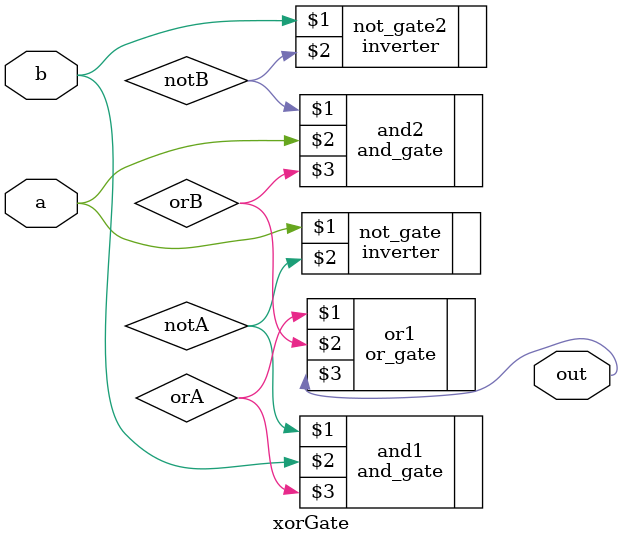
<source format=v>
module xorGate (
  input a,
  input b,
  output out
);
  wire notA;
  wire notB;
  wire orA;
  wire orB;
  // not a and not b
  inverter not_gate (a, notA);
  inverter not_gate2 (b, notB);

  // ~A and B
  and_gate and1 (notA, b, orA);
  // ~B and A
  and_gate and2 (notB, a, orB);
  
  // (~A and B) or (~B and A)
  or_gate or1 (orA, orB, out); 
endmodule // 
</source>
